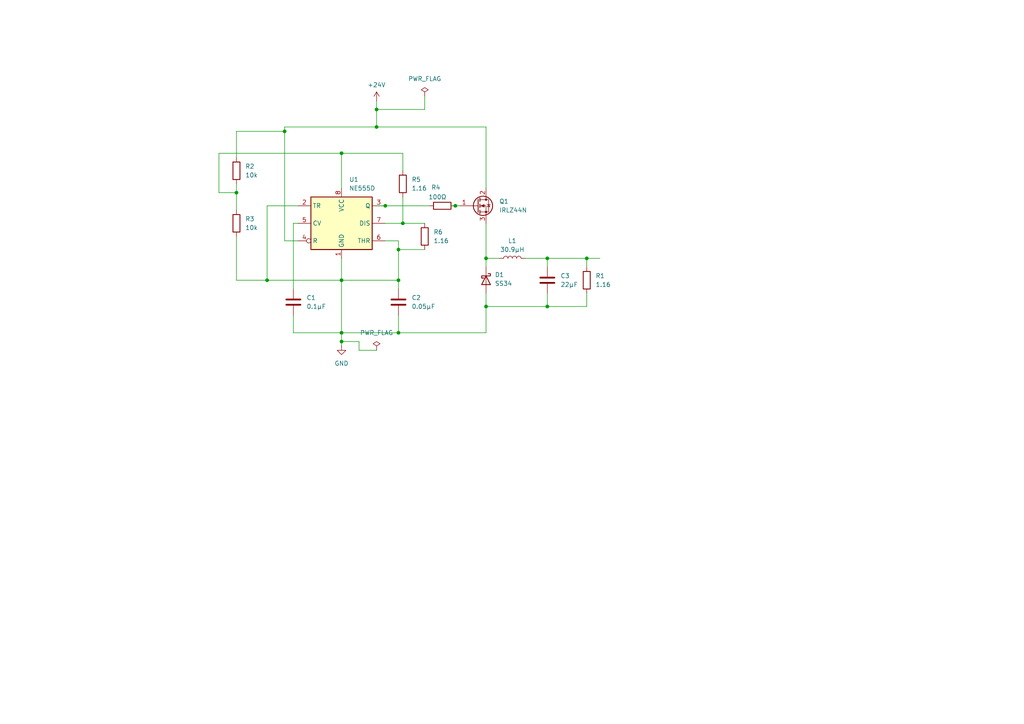
<source format=kicad_sch>
(kicad_sch
	(version 20231120)
	(generator "eeschema")
	(generator_version "8.0")
	(uuid "06f6e6e1-0548-4e65-a511-1ce829e0ce8c")
	(paper "A4")
	(lib_symbols
		(symbol "Device:C"
			(pin_numbers hide)
			(pin_names
				(offset 0.254)
			)
			(exclude_from_sim no)
			(in_bom yes)
			(on_board yes)
			(property "Reference" "C"
				(at 0.635 2.54 0)
				(effects
					(font
						(size 1.27 1.27)
					)
					(justify left)
				)
			)
			(property "Value" "C"
				(at 0.635 -2.54 0)
				(effects
					(font
						(size 1.27 1.27)
					)
					(justify left)
				)
			)
			(property "Footprint" ""
				(at 0.9652 -3.81 0)
				(effects
					(font
						(size 1.27 1.27)
					)
					(hide yes)
				)
			)
			(property "Datasheet" "~"
				(at 0 0 0)
				(effects
					(font
						(size 1.27 1.27)
					)
					(hide yes)
				)
			)
			(property "Description" "Unpolarized capacitor"
				(at 0 0 0)
				(effects
					(font
						(size 1.27 1.27)
					)
					(hide yes)
				)
			)
			(property "ki_keywords" "cap capacitor"
				(at 0 0 0)
				(effects
					(font
						(size 1.27 1.27)
					)
					(hide yes)
				)
			)
			(property "ki_fp_filters" "C_*"
				(at 0 0 0)
				(effects
					(font
						(size 1.27 1.27)
					)
					(hide yes)
				)
			)
			(symbol "C_0_1"
				(polyline
					(pts
						(xy -2.032 -0.762) (xy 2.032 -0.762)
					)
					(stroke
						(width 0.508)
						(type default)
					)
					(fill
						(type none)
					)
				)
				(polyline
					(pts
						(xy -2.032 0.762) (xy 2.032 0.762)
					)
					(stroke
						(width 0.508)
						(type default)
					)
					(fill
						(type none)
					)
				)
			)
			(symbol "C_1_1"
				(pin passive line
					(at 0 3.81 270)
					(length 2.794)
					(name "~"
						(effects
							(font
								(size 1.27 1.27)
							)
						)
					)
					(number "1"
						(effects
							(font
								(size 1.27 1.27)
							)
						)
					)
				)
				(pin passive line
					(at 0 -3.81 90)
					(length 2.794)
					(name "~"
						(effects
							(font
								(size 1.27 1.27)
							)
						)
					)
					(number "2"
						(effects
							(font
								(size 1.27 1.27)
							)
						)
					)
				)
			)
		)
		(symbol "Device:L"
			(pin_numbers hide)
			(pin_names
				(offset 1.016) hide)
			(exclude_from_sim no)
			(in_bom yes)
			(on_board yes)
			(property "Reference" "L"
				(at -1.27 0 90)
				(effects
					(font
						(size 1.27 1.27)
					)
				)
			)
			(property "Value" "L"
				(at 1.905 0 90)
				(effects
					(font
						(size 1.27 1.27)
					)
				)
			)
			(property "Footprint" ""
				(at 0 0 0)
				(effects
					(font
						(size 1.27 1.27)
					)
					(hide yes)
				)
			)
			(property "Datasheet" "~"
				(at 0 0 0)
				(effects
					(font
						(size 1.27 1.27)
					)
					(hide yes)
				)
			)
			(property "Description" "Inductor"
				(at 0 0 0)
				(effects
					(font
						(size 1.27 1.27)
					)
					(hide yes)
				)
			)
			(property "ki_keywords" "inductor choke coil reactor magnetic"
				(at 0 0 0)
				(effects
					(font
						(size 1.27 1.27)
					)
					(hide yes)
				)
			)
			(property "ki_fp_filters" "Choke_* *Coil* Inductor_* L_*"
				(at 0 0 0)
				(effects
					(font
						(size 1.27 1.27)
					)
					(hide yes)
				)
			)
			(symbol "L_0_1"
				(arc
					(start 0 -2.54)
					(mid 0.6323 -1.905)
					(end 0 -1.27)
					(stroke
						(width 0)
						(type default)
					)
					(fill
						(type none)
					)
				)
				(arc
					(start 0 -1.27)
					(mid 0.6323 -0.635)
					(end 0 0)
					(stroke
						(width 0)
						(type default)
					)
					(fill
						(type none)
					)
				)
				(arc
					(start 0 0)
					(mid 0.6323 0.635)
					(end 0 1.27)
					(stroke
						(width 0)
						(type default)
					)
					(fill
						(type none)
					)
				)
				(arc
					(start 0 1.27)
					(mid 0.6323 1.905)
					(end 0 2.54)
					(stroke
						(width 0)
						(type default)
					)
					(fill
						(type none)
					)
				)
			)
			(symbol "L_1_1"
				(pin passive line
					(at 0 3.81 270)
					(length 1.27)
					(name "1"
						(effects
							(font
								(size 1.27 1.27)
							)
						)
					)
					(number "1"
						(effects
							(font
								(size 1.27 1.27)
							)
						)
					)
				)
				(pin passive line
					(at 0 -3.81 90)
					(length 1.27)
					(name "2"
						(effects
							(font
								(size 1.27 1.27)
							)
						)
					)
					(number "2"
						(effects
							(font
								(size 1.27 1.27)
							)
						)
					)
				)
			)
		)
		(symbol "Device:R"
			(pin_numbers hide)
			(pin_names
				(offset 0)
			)
			(exclude_from_sim no)
			(in_bom yes)
			(on_board yes)
			(property "Reference" "R"
				(at 2.032 0 90)
				(effects
					(font
						(size 1.27 1.27)
					)
				)
			)
			(property "Value" "R"
				(at 0 0 90)
				(effects
					(font
						(size 1.27 1.27)
					)
				)
			)
			(property "Footprint" ""
				(at -1.778 0 90)
				(effects
					(font
						(size 1.27 1.27)
					)
					(hide yes)
				)
			)
			(property "Datasheet" "~"
				(at 0 0 0)
				(effects
					(font
						(size 1.27 1.27)
					)
					(hide yes)
				)
			)
			(property "Description" "Resistor"
				(at 0 0 0)
				(effects
					(font
						(size 1.27 1.27)
					)
					(hide yes)
				)
			)
			(property "ki_keywords" "R res resistor"
				(at 0 0 0)
				(effects
					(font
						(size 1.27 1.27)
					)
					(hide yes)
				)
			)
			(property "ki_fp_filters" "R_*"
				(at 0 0 0)
				(effects
					(font
						(size 1.27 1.27)
					)
					(hide yes)
				)
			)
			(symbol "R_0_1"
				(rectangle
					(start -1.016 -2.54)
					(end 1.016 2.54)
					(stroke
						(width 0.254)
						(type default)
					)
					(fill
						(type none)
					)
				)
			)
			(symbol "R_1_1"
				(pin passive line
					(at 0 3.81 270)
					(length 1.27)
					(name "~"
						(effects
							(font
								(size 1.27 1.27)
							)
						)
					)
					(number "1"
						(effects
							(font
								(size 1.27 1.27)
							)
						)
					)
				)
				(pin passive line
					(at 0 -3.81 90)
					(length 1.27)
					(name "~"
						(effects
							(font
								(size 1.27 1.27)
							)
						)
					)
					(number "2"
						(effects
							(font
								(size 1.27 1.27)
							)
						)
					)
				)
			)
		)
		(symbol "Diode:SS34"
			(pin_numbers hide)
			(pin_names
				(offset 1.016) hide)
			(exclude_from_sim no)
			(in_bom yes)
			(on_board yes)
			(property "Reference" "D"
				(at 0 2.54 0)
				(effects
					(font
						(size 1.27 1.27)
					)
				)
			)
			(property "Value" "SS34"
				(at 0 -2.54 0)
				(effects
					(font
						(size 1.27 1.27)
					)
				)
			)
			(property "Footprint" "Diode_SMD:D_SMA"
				(at 0 -4.445 0)
				(effects
					(font
						(size 1.27 1.27)
					)
					(hide yes)
				)
			)
			(property "Datasheet" "https://www.vishay.com/docs/88751/ss32.pdf"
				(at 0 0 0)
				(effects
					(font
						(size 1.27 1.27)
					)
					(hide yes)
				)
			)
			(property "Description" "40V 3A Schottky Diode, SMA"
				(at 0 0 0)
				(effects
					(font
						(size 1.27 1.27)
					)
					(hide yes)
				)
			)
			(property "ki_keywords" "diode Schottky"
				(at 0 0 0)
				(effects
					(font
						(size 1.27 1.27)
					)
					(hide yes)
				)
			)
			(property "ki_fp_filters" "D*SMA*"
				(at 0 0 0)
				(effects
					(font
						(size 1.27 1.27)
					)
					(hide yes)
				)
			)
			(symbol "SS34_0_1"
				(polyline
					(pts
						(xy 1.27 0) (xy -1.27 0)
					)
					(stroke
						(width 0)
						(type default)
					)
					(fill
						(type none)
					)
				)
				(polyline
					(pts
						(xy 1.27 1.27) (xy 1.27 -1.27) (xy -1.27 0) (xy 1.27 1.27)
					)
					(stroke
						(width 0.254)
						(type default)
					)
					(fill
						(type none)
					)
				)
				(polyline
					(pts
						(xy -1.905 0.635) (xy -1.905 1.27) (xy -1.27 1.27) (xy -1.27 -1.27) (xy -0.635 -1.27) (xy -0.635 -0.635)
					)
					(stroke
						(width 0.254)
						(type default)
					)
					(fill
						(type none)
					)
				)
			)
			(symbol "SS34_1_1"
				(pin passive line
					(at -3.81 0 0)
					(length 2.54)
					(name "K"
						(effects
							(font
								(size 1.27 1.27)
							)
						)
					)
					(number "1"
						(effects
							(font
								(size 1.27 1.27)
							)
						)
					)
				)
				(pin passive line
					(at 3.81 0 180)
					(length 2.54)
					(name "A"
						(effects
							(font
								(size 1.27 1.27)
							)
						)
					)
					(number "2"
						(effects
							(font
								(size 1.27 1.27)
							)
						)
					)
				)
			)
		)
		(symbol "Timer:NE555D"
			(exclude_from_sim no)
			(in_bom yes)
			(on_board yes)
			(property "Reference" "U"
				(at -10.16 8.89 0)
				(effects
					(font
						(size 1.27 1.27)
					)
					(justify left)
				)
			)
			(property "Value" "NE555D"
				(at 2.54 8.89 0)
				(effects
					(font
						(size 1.27 1.27)
					)
					(justify left)
				)
			)
			(property "Footprint" "Package_SO:SOIC-8_3.9x4.9mm_P1.27mm"
				(at 21.59 -10.16 0)
				(effects
					(font
						(size 1.27 1.27)
					)
					(hide yes)
				)
			)
			(property "Datasheet" "http://www.ti.com/lit/ds/symlink/ne555.pdf"
				(at 21.59 -10.16 0)
				(effects
					(font
						(size 1.27 1.27)
					)
					(hide yes)
				)
			)
			(property "Description" "Precision Timers, 555 compatible, SOIC-8"
				(at 0 0 0)
				(effects
					(font
						(size 1.27 1.27)
					)
					(hide yes)
				)
			)
			(property "ki_keywords" "single timer 555"
				(at 0 0 0)
				(effects
					(font
						(size 1.27 1.27)
					)
					(hide yes)
				)
			)
			(property "ki_fp_filters" "SOIC*3.9x4.9mm*P1.27mm*"
				(at 0 0 0)
				(effects
					(font
						(size 1.27 1.27)
					)
					(hide yes)
				)
			)
			(symbol "NE555D_0_0"
				(pin power_in line
					(at 0 -10.16 90)
					(length 2.54)
					(name "GND"
						(effects
							(font
								(size 1.27 1.27)
							)
						)
					)
					(number "1"
						(effects
							(font
								(size 1.27 1.27)
							)
						)
					)
				)
				(pin power_in line
					(at 0 10.16 270)
					(length 2.54)
					(name "VCC"
						(effects
							(font
								(size 1.27 1.27)
							)
						)
					)
					(number "8"
						(effects
							(font
								(size 1.27 1.27)
							)
						)
					)
				)
			)
			(symbol "NE555D_0_1"
				(rectangle
					(start -8.89 -7.62)
					(end 8.89 7.62)
					(stroke
						(width 0.254)
						(type default)
					)
					(fill
						(type background)
					)
				)
				(rectangle
					(start -8.89 -7.62)
					(end 8.89 7.62)
					(stroke
						(width 0.254)
						(type default)
					)
					(fill
						(type background)
					)
				)
			)
			(symbol "NE555D_1_1"
				(pin input line
					(at -12.7 5.08 0)
					(length 3.81)
					(name "TR"
						(effects
							(font
								(size 1.27 1.27)
							)
						)
					)
					(number "2"
						(effects
							(font
								(size 1.27 1.27)
							)
						)
					)
				)
				(pin output line
					(at 12.7 5.08 180)
					(length 3.81)
					(name "Q"
						(effects
							(font
								(size 1.27 1.27)
							)
						)
					)
					(number "3"
						(effects
							(font
								(size 1.27 1.27)
							)
						)
					)
				)
				(pin input inverted
					(at -12.7 -5.08 0)
					(length 3.81)
					(name "R"
						(effects
							(font
								(size 1.27 1.27)
							)
						)
					)
					(number "4"
						(effects
							(font
								(size 1.27 1.27)
							)
						)
					)
				)
				(pin input line
					(at -12.7 0 0)
					(length 3.81)
					(name "CV"
						(effects
							(font
								(size 1.27 1.27)
							)
						)
					)
					(number "5"
						(effects
							(font
								(size 1.27 1.27)
							)
						)
					)
				)
				(pin input line
					(at 12.7 -5.08 180)
					(length 3.81)
					(name "THR"
						(effects
							(font
								(size 1.27 1.27)
							)
						)
					)
					(number "6"
						(effects
							(font
								(size 1.27 1.27)
							)
						)
					)
				)
				(pin input line
					(at 12.7 0 180)
					(length 3.81)
					(name "DIS"
						(effects
							(font
								(size 1.27 1.27)
							)
						)
					)
					(number "7"
						(effects
							(font
								(size 1.27 1.27)
							)
						)
					)
				)
			)
		)
		(symbol "Transistor_FET:IRLZ44N"
			(pin_names hide)
			(exclude_from_sim no)
			(in_bom yes)
			(on_board yes)
			(property "Reference" "Q"
				(at 5.08 1.905 0)
				(effects
					(font
						(size 1.27 1.27)
					)
					(justify left)
				)
			)
			(property "Value" "IRLZ44N"
				(at 5.08 0 0)
				(effects
					(font
						(size 1.27 1.27)
					)
					(justify left)
				)
			)
			(property "Footprint" "Package_TO_SOT_THT:TO-220-3_Vertical"
				(at 5.08 -1.905 0)
				(effects
					(font
						(size 1.27 1.27)
						(italic yes)
					)
					(justify left)
					(hide yes)
				)
			)
			(property "Datasheet" "http://www.irf.com/product-info/datasheets/data/irlz44n.pdf"
				(at 5.08 -3.81 0)
				(effects
					(font
						(size 1.27 1.27)
					)
					(justify left)
					(hide yes)
				)
			)
			(property "Description" "47A Id, 55V Vds, 22mOhm Rds Single N-Channel HEXFET Power MOSFET, TO-220AB"
				(at 0 0 0)
				(effects
					(font
						(size 1.27 1.27)
					)
					(hide yes)
				)
			)
			(property "ki_keywords" "N-Channel HEXFET MOSFET Logic-Level"
				(at 0 0 0)
				(effects
					(font
						(size 1.27 1.27)
					)
					(hide yes)
				)
			)
			(property "ki_fp_filters" "TO?220*"
				(at 0 0 0)
				(effects
					(font
						(size 1.27 1.27)
					)
					(hide yes)
				)
			)
			(symbol "IRLZ44N_0_1"
				(polyline
					(pts
						(xy 0.254 0) (xy -2.54 0)
					)
					(stroke
						(width 0)
						(type default)
					)
					(fill
						(type none)
					)
				)
				(polyline
					(pts
						(xy 0.254 1.905) (xy 0.254 -1.905)
					)
					(stroke
						(width 0.254)
						(type default)
					)
					(fill
						(type none)
					)
				)
				(polyline
					(pts
						(xy 0.762 -1.27) (xy 0.762 -2.286)
					)
					(stroke
						(width 0.254)
						(type default)
					)
					(fill
						(type none)
					)
				)
				(polyline
					(pts
						(xy 0.762 0.508) (xy 0.762 -0.508)
					)
					(stroke
						(width 0.254)
						(type default)
					)
					(fill
						(type none)
					)
				)
				(polyline
					(pts
						(xy 0.762 2.286) (xy 0.762 1.27)
					)
					(stroke
						(width 0.254)
						(type default)
					)
					(fill
						(type none)
					)
				)
				(polyline
					(pts
						(xy 2.54 2.54) (xy 2.54 1.778)
					)
					(stroke
						(width 0)
						(type default)
					)
					(fill
						(type none)
					)
				)
				(polyline
					(pts
						(xy 2.54 -2.54) (xy 2.54 0) (xy 0.762 0)
					)
					(stroke
						(width 0)
						(type default)
					)
					(fill
						(type none)
					)
				)
				(polyline
					(pts
						(xy 0.762 -1.778) (xy 3.302 -1.778) (xy 3.302 1.778) (xy 0.762 1.778)
					)
					(stroke
						(width 0)
						(type default)
					)
					(fill
						(type none)
					)
				)
				(polyline
					(pts
						(xy 1.016 0) (xy 2.032 0.381) (xy 2.032 -0.381) (xy 1.016 0)
					)
					(stroke
						(width 0)
						(type default)
					)
					(fill
						(type outline)
					)
				)
				(polyline
					(pts
						(xy 2.794 0.508) (xy 2.921 0.381) (xy 3.683 0.381) (xy 3.81 0.254)
					)
					(stroke
						(width 0)
						(type default)
					)
					(fill
						(type none)
					)
				)
				(polyline
					(pts
						(xy 3.302 0.381) (xy 2.921 -0.254) (xy 3.683 -0.254) (xy 3.302 0.381)
					)
					(stroke
						(width 0)
						(type default)
					)
					(fill
						(type none)
					)
				)
				(circle
					(center 1.651 0)
					(radius 2.794)
					(stroke
						(width 0.254)
						(type default)
					)
					(fill
						(type none)
					)
				)
				(circle
					(center 2.54 -1.778)
					(radius 0.254)
					(stroke
						(width 0)
						(type default)
					)
					(fill
						(type outline)
					)
				)
				(circle
					(center 2.54 1.778)
					(radius 0.254)
					(stroke
						(width 0)
						(type default)
					)
					(fill
						(type outline)
					)
				)
			)
			(symbol "IRLZ44N_1_1"
				(pin input line
					(at -5.08 0 0)
					(length 2.54)
					(name "G"
						(effects
							(font
								(size 1.27 1.27)
							)
						)
					)
					(number "1"
						(effects
							(font
								(size 1.27 1.27)
							)
						)
					)
				)
				(pin passive line
					(at 2.54 5.08 270)
					(length 2.54)
					(name "D"
						(effects
							(font
								(size 1.27 1.27)
							)
						)
					)
					(number "2"
						(effects
							(font
								(size 1.27 1.27)
							)
						)
					)
				)
				(pin passive line
					(at 2.54 -5.08 90)
					(length 2.54)
					(name "S"
						(effects
							(font
								(size 1.27 1.27)
							)
						)
					)
					(number "3"
						(effects
							(font
								(size 1.27 1.27)
							)
						)
					)
				)
			)
		)
		(symbol "power:+24V"
			(power)
			(pin_numbers hide)
			(pin_names
				(offset 0) hide)
			(exclude_from_sim no)
			(in_bom yes)
			(on_board yes)
			(property "Reference" "#PWR"
				(at 0 -3.81 0)
				(effects
					(font
						(size 1.27 1.27)
					)
					(hide yes)
				)
			)
			(property "Value" "+24V"
				(at 0 3.556 0)
				(effects
					(font
						(size 1.27 1.27)
					)
				)
			)
			(property "Footprint" ""
				(at 0 0 0)
				(effects
					(font
						(size 1.27 1.27)
					)
					(hide yes)
				)
			)
			(property "Datasheet" ""
				(at 0 0 0)
				(effects
					(font
						(size 1.27 1.27)
					)
					(hide yes)
				)
			)
			(property "Description" "Power symbol creates a global label with name \"+24V\""
				(at 0 0 0)
				(effects
					(font
						(size 1.27 1.27)
					)
					(hide yes)
				)
			)
			(property "ki_keywords" "global power"
				(at 0 0 0)
				(effects
					(font
						(size 1.27 1.27)
					)
					(hide yes)
				)
			)
			(symbol "+24V_0_1"
				(polyline
					(pts
						(xy -0.762 1.27) (xy 0 2.54)
					)
					(stroke
						(width 0)
						(type default)
					)
					(fill
						(type none)
					)
				)
				(polyline
					(pts
						(xy 0 0) (xy 0 2.54)
					)
					(stroke
						(width 0)
						(type default)
					)
					(fill
						(type none)
					)
				)
				(polyline
					(pts
						(xy 0 2.54) (xy 0.762 1.27)
					)
					(stroke
						(width 0)
						(type default)
					)
					(fill
						(type none)
					)
				)
			)
			(symbol "+24V_1_1"
				(pin power_in line
					(at 0 0 90)
					(length 0)
					(name "~"
						(effects
							(font
								(size 1.27 1.27)
							)
						)
					)
					(number "1"
						(effects
							(font
								(size 1.27 1.27)
							)
						)
					)
				)
			)
		)
		(symbol "power:GND"
			(power)
			(pin_numbers hide)
			(pin_names
				(offset 0) hide)
			(exclude_from_sim no)
			(in_bom yes)
			(on_board yes)
			(property "Reference" "#PWR"
				(at 0 -6.35 0)
				(effects
					(font
						(size 1.27 1.27)
					)
					(hide yes)
				)
			)
			(property "Value" "GND"
				(at 0 -3.81 0)
				(effects
					(font
						(size 1.27 1.27)
					)
				)
			)
			(property "Footprint" ""
				(at 0 0 0)
				(effects
					(font
						(size 1.27 1.27)
					)
					(hide yes)
				)
			)
			(property "Datasheet" ""
				(at 0 0 0)
				(effects
					(font
						(size 1.27 1.27)
					)
					(hide yes)
				)
			)
			(property "Description" "Power symbol creates a global label with name \"GND\" , ground"
				(at 0 0 0)
				(effects
					(font
						(size 1.27 1.27)
					)
					(hide yes)
				)
			)
			(property "ki_keywords" "global power"
				(at 0 0 0)
				(effects
					(font
						(size 1.27 1.27)
					)
					(hide yes)
				)
			)
			(symbol "GND_0_1"
				(polyline
					(pts
						(xy 0 0) (xy 0 -1.27) (xy 1.27 -1.27) (xy 0 -2.54) (xy -1.27 -1.27) (xy 0 -1.27)
					)
					(stroke
						(width 0)
						(type default)
					)
					(fill
						(type none)
					)
				)
			)
			(symbol "GND_1_1"
				(pin power_in line
					(at 0 0 270)
					(length 0)
					(name "~"
						(effects
							(font
								(size 1.27 1.27)
							)
						)
					)
					(number "1"
						(effects
							(font
								(size 1.27 1.27)
							)
						)
					)
				)
			)
		)
		(symbol "power:PWR_FLAG"
			(power)
			(pin_numbers hide)
			(pin_names
				(offset 0) hide)
			(exclude_from_sim no)
			(in_bom yes)
			(on_board yes)
			(property "Reference" "#FLG"
				(at 0 1.905 0)
				(effects
					(font
						(size 1.27 1.27)
					)
					(hide yes)
				)
			)
			(property "Value" "PWR_FLAG"
				(at 0 3.81 0)
				(effects
					(font
						(size 1.27 1.27)
					)
				)
			)
			(property "Footprint" ""
				(at 0 0 0)
				(effects
					(font
						(size 1.27 1.27)
					)
					(hide yes)
				)
			)
			(property "Datasheet" "~"
				(at 0 0 0)
				(effects
					(font
						(size 1.27 1.27)
					)
					(hide yes)
				)
			)
			(property "Description" "Special symbol for telling ERC where power comes from"
				(at 0 0 0)
				(effects
					(font
						(size 1.27 1.27)
					)
					(hide yes)
				)
			)
			(property "ki_keywords" "flag power"
				(at 0 0 0)
				(effects
					(font
						(size 1.27 1.27)
					)
					(hide yes)
				)
			)
			(symbol "PWR_FLAG_0_0"
				(pin power_out line
					(at 0 0 90)
					(length 0)
					(name "~"
						(effects
							(font
								(size 1.27 1.27)
							)
						)
					)
					(number "1"
						(effects
							(font
								(size 1.27 1.27)
							)
						)
					)
				)
			)
			(symbol "PWR_FLAG_0_1"
				(polyline
					(pts
						(xy 0 0) (xy 0 1.27) (xy -1.016 1.905) (xy 0 2.54) (xy 1.016 1.905) (xy 0 1.27)
					)
					(stroke
						(width 0)
						(type default)
					)
					(fill
						(type none)
					)
				)
			)
		)
	)
	(junction
		(at 111.76 59.69)
		(diameter 0)
		(color 0 0 0 0)
		(uuid "16521c1f-a81d-45ad-833d-28fc9509b6a1")
	)
	(junction
		(at 109.22 36.83)
		(diameter 0)
		(color 0 0 0 0)
		(uuid "20f496be-32c1-4768-a229-9b1e43a3d4a7")
	)
	(junction
		(at 99.06 81.28)
		(diameter 0)
		(color 0 0 0 0)
		(uuid "27e513ad-2176-4e68-87ed-83c1aa63b1f9")
	)
	(junction
		(at 99.06 44.45)
		(diameter 0)
		(color 0 0 0 0)
		(uuid "39176ebf-ba48-4005-8879-c91d8c75d204")
	)
	(junction
		(at 158.75 74.93)
		(diameter 0)
		(color 0 0 0 0)
		(uuid "3f72a981-7762-4d5f-87b9-40a1298829a6")
	)
	(junction
		(at 115.57 96.52)
		(diameter 0)
		(color 0 0 0 0)
		(uuid "5f47d47d-67f3-4f30-8c73-d6dd57f38824")
	)
	(junction
		(at 115.57 81.28)
		(diameter 0)
		(color 0 0 0 0)
		(uuid "76f2ad36-c942-486f-b02c-0ec621f1e2eb")
	)
	(junction
		(at 77.47 81.28)
		(diameter 0)
		(color 0 0 0 0)
		(uuid "7dcfeb46-0da6-44cb-8e7c-f0a233ae87af")
	)
	(junction
		(at 140.97 74.93)
		(diameter 0)
		(color 0 0 0 0)
		(uuid "8ace96b2-b93a-46ae-8f5c-73cd01526b79")
	)
	(junction
		(at 116.84 64.77)
		(diameter 0)
		(color 0 0 0 0)
		(uuid "a03b196f-525e-4960-b4a8-9f5887490944")
	)
	(junction
		(at 132.08 59.69)
		(diameter 0)
		(color 0 0 0 0)
		(uuid "aa4f4a5f-ca56-4272-91c7-47fef6fb06fb")
	)
	(junction
		(at 170.18 74.93)
		(diameter 0)
		(color 0 0 0 0)
		(uuid "ad5f3a81-ddf5-49f7-be5f-9d6e4c74c688")
	)
	(junction
		(at 68.58 55.88)
		(diameter 0)
		(color 0 0 0 0)
		(uuid "b6a3a9f9-ce59-4546-bff4-cafc3cbb6b80")
	)
	(junction
		(at 140.97 88.9)
		(diameter 0)
		(color 0 0 0 0)
		(uuid "c5c53914-7bd0-42d6-991f-7ad376ff90aa")
	)
	(junction
		(at 82.55 38.1)
		(diameter 0)
		(color 0 0 0 0)
		(uuid "cd73fc42-a338-4f23-a4a9-fcb4487ae100")
	)
	(junction
		(at 99.06 96.52)
		(diameter 0)
		(color 0 0 0 0)
		(uuid "db60a4c5-0ade-41ad-b237-a2b6ed2940a5")
	)
	(junction
		(at 109.22 31.75)
		(diameter 0)
		(color 0 0 0 0)
		(uuid "e39efea0-433f-462c-9d54-b5a1bdc01015")
	)
	(junction
		(at 99.06 99.06)
		(diameter 0)
		(color 0 0 0 0)
		(uuid "e7646652-8027-4e52-880a-e1fe636724d1")
	)
	(junction
		(at 115.57 72.39)
		(diameter 0)
		(color 0 0 0 0)
		(uuid "ec8f958a-947b-4d20-99a9-c50da713d4eb")
	)
	(junction
		(at 158.75 88.9)
		(diameter 0)
		(color 0 0 0 0)
		(uuid "fa3f969b-3057-4611-99fe-aaa41a111ad4")
	)
	(wire
		(pts
			(xy 99.06 99.06) (xy 104.14 99.06)
		)
		(stroke
			(width 0)
			(type default)
		)
		(uuid "01c29cd3-37a7-4708-aedc-aa65569311ad")
	)
	(wire
		(pts
			(xy 82.55 36.83) (xy 82.55 38.1)
		)
		(stroke
			(width 0)
			(type default)
		)
		(uuid "0eff58ae-c619-48a5-952a-f18af7392170")
	)
	(wire
		(pts
			(xy 68.58 38.1) (xy 68.58 45.72)
		)
		(stroke
			(width 0)
			(type default)
		)
		(uuid "0f32c40b-6605-4d63-8aa7-1c06eb679be3")
	)
	(wire
		(pts
			(xy 140.97 36.83) (xy 140.97 54.61)
		)
		(stroke
			(width 0)
			(type default)
		)
		(uuid "10c68fcb-2f18-44ed-ba64-ba95e997b9de")
	)
	(wire
		(pts
			(xy 109.22 31.75) (xy 123.19 31.75)
		)
		(stroke
			(width 0)
			(type default)
		)
		(uuid "131785e1-04b9-49c3-8be3-3c1a036af9de")
	)
	(wire
		(pts
			(xy 170.18 77.47) (xy 170.18 74.93)
		)
		(stroke
			(width 0)
			(type default)
		)
		(uuid "190ac822-8f4c-4920-8a25-f5638a3fe8cd")
	)
	(wire
		(pts
			(xy 85.09 96.52) (xy 99.06 96.52)
		)
		(stroke
			(width 0)
			(type default)
		)
		(uuid "1ce92f7f-7daf-48d3-82bd-2208190ef1c1")
	)
	(wire
		(pts
			(xy 68.58 55.88) (xy 68.58 60.96)
		)
		(stroke
			(width 0)
			(type default)
		)
		(uuid "2170293f-f9f5-44b3-92c8-779f8efde41c")
	)
	(wire
		(pts
			(xy 99.06 74.93) (xy 99.06 81.28)
		)
		(stroke
			(width 0)
			(type default)
		)
		(uuid "2264426a-4a70-4e48-a6eb-6ea02ae15f62")
	)
	(wire
		(pts
			(xy 111.76 69.85) (xy 115.57 69.85)
		)
		(stroke
			(width 0)
			(type default)
		)
		(uuid "23211377-2e95-46c6-881d-f4c538577e66")
	)
	(wire
		(pts
			(xy 115.57 72.39) (xy 123.19 72.39)
		)
		(stroke
			(width 0)
			(type default)
		)
		(uuid "2803cbcd-46c6-4e76-88e1-0ad36137beea")
	)
	(wire
		(pts
			(xy 116.84 64.77) (xy 111.76 64.77)
		)
		(stroke
			(width 0)
			(type default)
		)
		(uuid "2afb3a7c-5f52-4754-8d62-9a0eb0be5706")
	)
	(wire
		(pts
			(xy 77.47 81.28) (xy 99.06 81.28)
		)
		(stroke
			(width 0)
			(type default)
		)
		(uuid "2e169fc6-16ac-49dd-ba0a-eb72455e1df9")
	)
	(wire
		(pts
			(xy 82.55 69.85) (xy 86.36 69.85)
		)
		(stroke
			(width 0)
			(type default)
		)
		(uuid "2eab6155-e821-4eee-970c-293744d871ee")
	)
	(wire
		(pts
			(xy 140.97 85.09) (xy 140.97 88.9)
		)
		(stroke
			(width 0)
			(type default)
		)
		(uuid "33d01de1-1387-42a8-8e33-d10ce1ac2291")
	)
	(wire
		(pts
			(xy 158.75 85.09) (xy 158.75 88.9)
		)
		(stroke
			(width 0)
			(type default)
		)
		(uuid "34bd142d-ec35-452b-8061-595b88c7e36b")
	)
	(wire
		(pts
			(xy 130.81 59.69) (xy 132.08 59.69)
		)
		(stroke
			(width 0)
			(type default)
		)
		(uuid "34e7647e-4579-4cc1-baa4-947b4c74bd59")
	)
	(wire
		(pts
			(xy 115.57 96.52) (xy 140.97 96.52)
		)
		(stroke
			(width 0)
			(type default)
		)
		(uuid "3867e0ec-5b7d-4c2f-8d72-3b00fc76139b")
	)
	(wire
		(pts
			(xy 140.97 77.47) (xy 140.97 74.93)
		)
		(stroke
			(width 0)
			(type default)
		)
		(uuid "39f1ee45-a34f-4f26-9147-38cceff85d8b")
	)
	(wire
		(pts
			(xy 99.06 54.61) (xy 99.06 44.45)
		)
		(stroke
			(width 0)
			(type default)
		)
		(uuid "3acdf42f-0db5-47a9-b0a3-30e6433caffc")
	)
	(wire
		(pts
			(xy 123.19 31.75) (xy 123.19 27.94)
		)
		(stroke
			(width 0)
			(type default)
		)
		(uuid "3b21f310-6fb1-4bfe-8b38-ed37a63ee676")
	)
	(wire
		(pts
			(xy 116.84 64.77) (xy 123.19 64.77)
		)
		(stroke
			(width 0)
			(type default)
		)
		(uuid "43dd5133-4090-4fb3-ae7c-60cb8904ee51")
	)
	(wire
		(pts
			(xy 63.5 44.45) (xy 63.5 55.88)
		)
		(stroke
			(width 0)
			(type default)
		)
		(uuid "5076ca66-bb7f-4cd1-8808-ee245f08d49a")
	)
	(wire
		(pts
			(xy 99.06 96.52) (xy 99.06 99.06)
		)
		(stroke
			(width 0)
			(type default)
		)
		(uuid "52b20d9c-a1ae-4a2c-b93c-934abd89e291")
	)
	(wire
		(pts
			(xy 99.06 99.06) (xy 99.06 100.33)
		)
		(stroke
			(width 0)
			(type default)
		)
		(uuid "549adbcd-a91e-45ae-9791-8762a3f332e0")
	)
	(wire
		(pts
			(xy 170.18 74.93) (xy 173.99 74.93)
		)
		(stroke
			(width 0)
			(type default)
		)
		(uuid "5d820b69-d1e1-4fd1-b7b8-eb95ef880b26")
	)
	(wire
		(pts
			(xy 99.06 81.28) (xy 115.57 81.28)
		)
		(stroke
			(width 0)
			(type default)
		)
		(uuid "63da188a-6367-4a42-b6df-c727bd66eaa2")
	)
	(wire
		(pts
			(xy 104.14 101.6) (xy 109.22 101.6)
		)
		(stroke
			(width 0)
			(type default)
		)
		(uuid "658f667c-2fd2-434e-846f-07b5df00366e")
	)
	(wire
		(pts
			(xy 109.22 36.83) (xy 140.97 36.83)
		)
		(stroke
			(width 0)
			(type default)
		)
		(uuid "65ea961b-88f9-46ad-a566-23a9fa53ea83")
	)
	(wire
		(pts
			(xy 63.5 55.88) (xy 68.58 55.88)
		)
		(stroke
			(width 0)
			(type default)
		)
		(uuid "69a8387c-d4bb-4a57-931f-a0862d4d9b48")
	)
	(wire
		(pts
			(xy 115.57 91.44) (xy 115.57 96.52)
		)
		(stroke
			(width 0)
			(type default)
		)
		(uuid "733bc104-3339-40ed-bf12-3dc72546a993")
	)
	(wire
		(pts
			(xy 68.58 81.28) (xy 77.47 81.28)
		)
		(stroke
			(width 0)
			(type default)
		)
		(uuid "73a6504e-2512-4b72-aa0b-008b0adf6b26")
	)
	(wire
		(pts
			(xy 115.57 81.28) (xy 115.57 83.82)
		)
		(stroke
			(width 0)
			(type default)
		)
		(uuid "87c7ffac-b70d-4c90-8c86-ee3e010e4c58")
	)
	(wire
		(pts
			(xy 140.97 64.77) (xy 140.97 74.93)
		)
		(stroke
			(width 0)
			(type default)
		)
		(uuid "89d998a7-cb52-4bd4-b0fe-0fc2d6895c37")
	)
	(wire
		(pts
			(xy 68.58 53.34) (xy 68.58 55.88)
		)
		(stroke
			(width 0)
			(type default)
		)
		(uuid "89ef0a34-d883-43ef-8f40-109fb8bb64fe")
	)
	(wire
		(pts
			(xy 85.09 91.44) (xy 85.09 96.52)
		)
		(stroke
			(width 0)
			(type default)
		)
		(uuid "8d3a164e-5673-4b09-ae87-960fe800d008")
	)
	(wire
		(pts
			(xy 111.76 59.69) (xy 124.46 59.69)
		)
		(stroke
			(width 0)
			(type default)
		)
		(uuid "92ec658b-12f1-4e0f-9025-5a7107a13099")
	)
	(wire
		(pts
			(xy 132.08 59.69) (xy 133.35 59.69)
		)
		(stroke
			(width 0)
			(type default)
		)
		(uuid "9e03ff12-2d44-44d0-b94d-e4edd3ab9cbb")
	)
	(wire
		(pts
			(xy 82.55 69.85) (xy 82.55 38.1)
		)
		(stroke
			(width 0)
			(type default)
		)
		(uuid "9e4f5426-85e5-49e3-980c-04e4c64662b3")
	)
	(wire
		(pts
			(xy 109.22 59.69) (xy 111.76 59.69)
		)
		(stroke
			(width 0)
			(type default)
		)
		(uuid "9fd7bc8d-bd7d-4f8f-ab84-1ba170beeb61")
	)
	(wire
		(pts
			(xy 115.57 72.39) (xy 115.57 81.28)
		)
		(stroke
			(width 0)
			(type default)
		)
		(uuid "a1d3ceeb-13de-43ea-ada8-e02c8ef6eec0")
	)
	(wire
		(pts
			(xy 109.22 29.21) (xy 109.22 31.75)
		)
		(stroke
			(width 0)
			(type default)
		)
		(uuid "a33700c7-d0bf-467e-a8ec-e19741f5f17e")
	)
	(wire
		(pts
			(xy 85.09 64.77) (xy 86.36 64.77)
		)
		(stroke
			(width 0)
			(type default)
		)
		(uuid "a3efb657-c9e2-45b0-9cc4-039b8e96c602")
	)
	(wire
		(pts
			(xy 116.84 44.45) (xy 116.84 49.53)
		)
		(stroke
			(width 0)
			(type default)
		)
		(uuid "a51d56b1-4c7e-40e4-a622-d013febee116")
	)
	(wire
		(pts
			(xy 158.75 77.47) (xy 158.75 74.93)
		)
		(stroke
			(width 0)
			(type default)
		)
		(uuid "a91c38de-0515-4fa4-9ee7-5bd012097cb0")
	)
	(wire
		(pts
			(xy 104.14 99.06) (xy 104.14 101.6)
		)
		(stroke
			(width 0)
			(type default)
		)
		(uuid "b29116c1-ab34-423e-90b5-deed9a6d369c")
	)
	(wire
		(pts
			(xy 77.47 81.28) (xy 77.47 59.69)
		)
		(stroke
			(width 0)
			(type default)
		)
		(uuid "b3655ab8-3c8a-4c61-bd7f-cca7ee79e21a")
	)
	(wire
		(pts
			(xy 99.06 44.45) (xy 116.84 44.45)
		)
		(stroke
			(width 0)
			(type default)
		)
		(uuid "b6cd9093-af3e-4ecf-9060-86927753200e")
	)
	(wire
		(pts
			(xy 68.58 38.1) (xy 82.55 38.1)
		)
		(stroke
			(width 0)
			(type default)
		)
		(uuid "b7421e2e-1496-440b-9e54-037520c79e2e")
	)
	(wire
		(pts
			(xy 85.09 83.82) (xy 85.09 64.77)
		)
		(stroke
			(width 0)
			(type default)
		)
		(uuid "bc9cd1d0-a587-4a00-8ec8-fe457668955b")
	)
	(wire
		(pts
			(xy 140.97 96.52) (xy 140.97 88.9)
		)
		(stroke
			(width 0)
			(type default)
		)
		(uuid "c27be00f-22a3-407b-8a0b-67aa4ebe313b")
	)
	(wire
		(pts
			(xy 68.58 68.58) (xy 68.58 81.28)
		)
		(stroke
			(width 0)
			(type default)
		)
		(uuid "c57323aa-f00d-4b9b-b3bd-ddcd29926bbf")
	)
	(wire
		(pts
			(xy 82.55 36.83) (xy 109.22 36.83)
		)
		(stroke
			(width 0)
			(type default)
		)
		(uuid "caa1155b-f463-498a-a6db-338539942527")
	)
	(wire
		(pts
			(xy 99.06 44.45) (xy 63.5 44.45)
		)
		(stroke
			(width 0)
			(type default)
		)
		(uuid "cadc1796-8523-45b2-af5a-9995faaae307")
	)
	(wire
		(pts
			(xy 77.47 59.69) (xy 86.36 59.69)
		)
		(stroke
			(width 0)
			(type default)
		)
		(uuid "cb2dc046-79df-4135-8b8c-8a649946f564")
	)
	(wire
		(pts
			(xy 170.18 85.09) (xy 170.18 88.9)
		)
		(stroke
			(width 0)
			(type default)
		)
		(uuid "d994b7d8-736b-43fe-b849-de41caba21c4")
	)
	(wire
		(pts
			(xy 140.97 74.93) (xy 144.78 74.93)
		)
		(stroke
			(width 0)
			(type default)
		)
		(uuid "dfcbb70b-e2eb-4830-a86e-8015c5d07ca7")
	)
	(wire
		(pts
			(xy 116.84 57.15) (xy 116.84 64.77)
		)
		(stroke
			(width 0)
			(type default)
		)
		(uuid "e15fd262-03fd-49ae-ab9e-5b67b99d9c14")
	)
	(wire
		(pts
			(xy 140.97 88.9) (xy 158.75 88.9)
		)
		(stroke
			(width 0)
			(type default)
		)
		(uuid "e2707cb8-687b-4cf3-91bb-10958f8ae9b5")
	)
	(wire
		(pts
			(xy 99.06 81.28) (xy 99.06 96.52)
		)
		(stroke
			(width 0)
			(type default)
		)
		(uuid "e506e0e4-9759-4a1b-9b9c-1bb249409cf4")
	)
	(wire
		(pts
			(xy 158.75 88.9) (xy 170.18 88.9)
		)
		(stroke
			(width 0)
			(type default)
		)
		(uuid "eb88b349-32ef-48e2-86af-ebc55074b8a0")
	)
	(wire
		(pts
			(xy 158.75 74.93) (xy 170.18 74.93)
		)
		(stroke
			(width 0)
			(type default)
		)
		(uuid "f487993e-a215-4964-b285-46556b224d9e")
	)
	(wire
		(pts
			(xy 109.22 31.75) (xy 109.22 36.83)
		)
		(stroke
			(width 0)
			(type default)
		)
		(uuid "f773a152-e601-4581-b290-8094e0a3e79f")
	)
	(wire
		(pts
			(xy 152.4 74.93) (xy 158.75 74.93)
		)
		(stroke
			(width 0)
			(type default)
		)
		(uuid "f7febdb2-2935-4aab-9bb9-239146a992bc")
	)
	(wire
		(pts
			(xy 115.57 69.85) (xy 115.57 72.39)
		)
		(stroke
			(width 0)
			(type default)
		)
		(uuid "fef544ce-3160-4222-8599-a8776f8305e1")
	)
	(wire
		(pts
			(xy 99.06 96.52) (xy 115.57 96.52)
		)
		(stroke
			(width 0)
			(type default)
		)
		(uuid "ff84b2bf-5cc4-4c80-8a4b-0972808a590b")
	)
	(symbol
		(lib_id "Device:R")
		(at 116.84 53.34 0)
		(unit 1)
		(exclude_from_sim no)
		(in_bom yes)
		(on_board yes)
		(dnp no)
		(fields_autoplaced yes)
		(uuid "0d3b20fb-1da4-4a60-a3f5-803247f16588")
		(property "Reference" "R5"
			(at 119.38 52.0699 0)
			(effects
				(font
					(size 1.27 1.27)
				)
				(justify left)
			)
		)
		(property "Value" "1.16"
			(at 119.38 54.6099 0)
			(effects
				(font
					(size 1.27 1.27)
				)
				(justify left)
			)
		)
		(property "Footprint" "Resistor_SMD:R_1206_3216Metric_Pad1.30x1.75mm_HandSolder"
			(at 115.062 53.34 90)
			(effects
				(font
					(size 1.27 1.27)
				)
				(hide yes)
			)
		)
		(property "Datasheet" "~"
			(at 116.84 53.34 0)
			(effects
				(font
					(size 1.27 1.27)
				)
				(hide yes)
			)
		)
		(property "Description" "Resistor"
			(at 116.84 53.34 0)
			(effects
				(font
					(size 1.27 1.27)
				)
				(hide yes)
			)
		)
		(pin "1"
			(uuid "6bbd1a44-7694-4ab3-aff1-b26bf9a2e71e")
		)
		(pin "2"
			(uuid "02e07ea5-ef2d-46c8-9513-4a81a1b367d3")
		)
		(instances
			(project "buckconverter"
				(path "/06f6e6e1-0548-4e65-a511-1ce829e0ce8c"
					(reference "R5")
					(unit 1)
				)
			)
		)
	)
	(symbol
		(lib_id "Timer:NE555D")
		(at 99.06 64.77 0)
		(unit 1)
		(exclude_from_sim no)
		(in_bom yes)
		(on_board yes)
		(dnp no)
		(fields_autoplaced yes)
		(uuid "10d7dc47-f677-4015-b2e9-d222280a34f6")
		(property "Reference" "U1"
			(at 101.2541 52.07 0)
			(effects
				(font
					(size 1.27 1.27)
				)
				(justify left)
			)
		)
		(property "Value" "NE555D"
			(at 101.2541 54.61 0)
			(effects
				(font
					(size 1.27 1.27)
				)
				(justify left)
			)
		)
		(property "Footprint" "Package_SO:SOIC-8_3.9x4.9mm_P1.27mm"
			(at 120.65 74.93 0)
			(effects
				(font
					(size 1.27 1.27)
				)
				(hide yes)
			)
		)
		(property "Datasheet" "http://www.ti.com/lit/ds/symlink/ne555.pdf"
			(at 120.65 74.93 0)
			(effects
				(font
					(size 1.27 1.27)
				)
				(hide yes)
			)
		)
		(property "Description" "Precision Timers, 555 compatible, SOIC-8"
			(at 99.06 64.77 0)
			(effects
				(font
					(size 1.27 1.27)
				)
				(hide yes)
			)
		)
		(pin "1"
			(uuid "cdc1347a-165f-4c2b-a6f1-85a08afa7908")
		)
		(pin "8"
			(uuid "bcaf8846-4cdd-419f-b324-1dc611279854")
		)
		(pin "2"
			(uuid "64047ab2-19b3-44e3-a535-1c265e3fcb96")
		)
		(pin "6"
			(uuid "065ae7f6-559e-4394-9b62-88580af3028b")
		)
		(pin "4"
			(uuid "8331fd2a-5274-466f-9ad4-0ee7a808c7b9")
		)
		(pin "5"
			(uuid "f43055b6-27f8-4f13-8ee2-e67cdf27eb03")
		)
		(pin "3"
			(uuid "e575da24-bfd1-4eaa-8c7f-06f9390671b3")
		)
		(pin "7"
			(uuid "2c393108-a0b5-4e34-85d0-62ab40d3de7d")
		)
		(instances
			(project ""
				(path "/06f6e6e1-0548-4e65-a511-1ce829e0ce8c"
					(reference "U1")
					(unit 1)
				)
			)
		)
	)
	(symbol
		(lib_id "Device:R")
		(at 68.58 49.53 0)
		(unit 1)
		(exclude_from_sim no)
		(in_bom yes)
		(on_board yes)
		(dnp no)
		(fields_autoplaced yes)
		(uuid "16a9b80c-6ddb-4250-b1c5-b848a17fb095")
		(property "Reference" "R2"
			(at 71.12 48.2599 0)
			(effects
				(font
					(size 1.27 1.27)
				)
				(justify left)
			)
		)
		(property "Value" "10k"
			(at 71.12 50.7999 0)
			(effects
				(font
					(size 1.27 1.27)
				)
				(justify left)
			)
		)
		(property "Footprint" "Resistor_SMD:R_1206_3216Metric_Pad1.30x1.75mm_HandSolder"
			(at 66.802 49.53 90)
			(effects
				(font
					(size 1.27 1.27)
				)
				(hide yes)
			)
		)
		(property "Datasheet" "~"
			(at 68.58 49.53 0)
			(effects
				(font
					(size 1.27 1.27)
				)
				(hide yes)
			)
		)
		(property "Description" "Resistor"
			(at 68.58 49.53 0)
			(effects
				(font
					(size 1.27 1.27)
				)
				(hide yes)
			)
		)
		(pin "1"
			(uuid "1c51652c-4eee-4e3f-90c8-0fa70820b452")
		)
		(pin "2"
			(uuid "2ea3328a-0b99-4e1b-a1bc-491ac9abf0ad")
		)
		(instances
			(project "buckconverter"
				(path "/06f6e6e1-0548-4e65-a511-1ce829e0ce8c"
					(reference "R2")
					(unit 1)
				)
			)
		)
	)
	(symbol
		(lib_id "Device:C")
		(at 115.57 87.63 0)
		(unit 1)
		(exclude_from_sim no)
		(in_bom yes)
		(on_board yes)
		(dnp no)
		(fields_autoplaced yes)
		(uuid "28ca999a-dcd5-4e58-bc4a-169343d854cb")
		(property "Reference" "C2"
			(at 119.38 86.3599 0)
			(effects
				(font
					(size 1.27 1.27)
				)
				(justify left)
			)
		)
		(property "Value" "0.05µF"
			(at 119.38 88.8999 0)
			(effects
				(font
					(size 1.27 1.27)
				)
				(justify left)
			)
		)
		(property "Footprint" "Capacitor_THT:CP_Radial_D5.0mm_P2.50mm"
			(at 116.5352 91.44 0)
			(effects
				(font
					(size 1.27 1.27)
				)
				(hide yes)
			)
		)
		(property "Datasheet" "~"
			(at 115.57 87.63 0)
			(effects
				(font
					(size 1.27 1.27)
				)
				(hide yes)
			)
		)
		(property "Description" "Unpolarized capacitor"
			(at 115.57 87.63 0)
			(effects
				(font
					(size 1.27 1.27)
				)
				(hide yes)
			)
		)
		(pin "1"
			(uuid "afe17817-167f-4c79-9430-5c50bba10ca9")
		)
		(pin "2"
			(uuid "72d39096-8207-4679-95d7-345a500d0466")
		)
		(instances
			(project "buckconverter"
				(path "/06f6e6e1-0548-4e65-a511-1ce829e0ce8c"
					(reference "C2")
					(unit 1)
				)
			)
		)
	)
	(symbol
		(lib_id "Device:L")
		(at 148.59 74.93 90)
		(unit 1)
		(exclude_from_sim no)
		(in_bom yes)
		(on_board yes)
		(dnp no)
		(fields_autoplaced yes)
		(uuid "47ae1d4a-7d32-4bb6-82eb-c08320407269")
		(property "Reference" "L1"
			(at 148.59 69.85 90)
			(effects
				(font
					(size 1.27 1.27)
				)
			)
		)
		(property "Value" "30.9µH"
			(at 148.59 72.39 90)
			(effects
				(font
					(size 1.27 1.27)
				)
			)
		)
		(property "Footprint" "Inductor_THT:L_Axial_L9.5mm_D4.0mm_P15.24mm_Horizontal_Fastron_SMCC"
			(at 148.59 74.93 0)
			(effects
				(font
					(size 1.27 1.27)
				)
				(hide yes)
			)
		)
		(property "Datasheet" "~"
			(at 148.59 74.93 0)
			(effects
				(font
					(size 1.27 1.27)
				)
				(hide yes)
			)
		)
		(property "Description" "Inductor"
			(at 148.59 74.93 0)
			(effects
				(font
					(size 1.27 1.27)
				)
				(hide yes)
			)
		)
		(pin "1"
			(uuid "e066fede-cfd7-4ffb-a99b-67c63b9780a0")
		)
		(pin "2"
			(uuid "c2181456-86c6-4bb7-abf6-7e4d9b1eff3b")
		)
		(instances
			(project ""
				(path "/06f6e6e1-0548-4e65-a511-1ce829e0ce8c"
					(reference "L1")
					(unit 1)
				)
			)
		)
	)
	(symbol
		(lib_id "power:GND")
		(at 99.06 100.33 0)
		(unit 1)
		(exclude_from_sim no)
		(in_bom yes)
		(on_board yes)
		(dnp no)
		(fields_autoplaced yes)
		(uuid "4e70ea75-da17-4110-980a-859b272e081e")
		(property "Reference" "#PWR02"
			(at 99.06 106.68 0)
			(effects
				(font
					(size 1.27 1.27)
				)
				(hide yes)
			)
		)
		(property "Value" "GND"
			(at 99.06 105.41 0)
			(effects
				(font
					(size 1.27 1.27)
				)
			)
		)
		(property "Footprint" ""
			(at 99.06 100.33 0)
			(effects
				(font
					(size 1.27 1.27)
				)
				(hide yes)
			)
		)
		(property "Datasheet" ""
			(at 99.06 100.33 0)
			(effects
				(font
					(size 1.27 1.27)
				)
				(hide yes)
			)
		)
		(property "Description" "Power symbol creates a global label with name \"GND\" , ground"
			(at 99.06 100.33 0)
			(effects
				(font
					(size 1.27 1.27)
				)
				(hide yes)
			)
		)
		(pin "1"
			(uuid "30cb107d-091a-4d1a-9f57-2233d16dad51")
		)
		(instances
			(project ""
				(path "/06f6e6e1-0548-4e65-a511-1ce829e0ce8c"
					(reference "#PWR02")
					(unit 1)
				)
			)
		)
	)
	(symbol
		(lib_id "Device:R")
		(at 170.18 81.28 0)
		(unit 1)
		(exclude_from_sim no)
		(in_bom yes)
		(on_board yes)
		(dnp no)
		(fields_autoplaced yes)
		(uuid "5540378f-50fd-43f6-bed3-81e1fa3cb718")
		(property "Reference" "R1"
			(at 172.72 80.0099 0)
			(effects
				(font
					(size 1.27 1.27)
				)
				(justify left)
			)
		)
		(property "Value" "1.16"
			(at 172.72 82.5499 0)
			(effects
				(font
					(size 1.27 1.27)
				)
				(justify left)
			)
		)
		(property "Footprint" "Resistor_SMD:R_1206_3216Metric_Pad1.30x1.75mm_HandSolder"
			(at 168.402 81.28 90)
			(effects
				(font
					(size 1.27 1.27)
				)
				(hide yes)
			)
		)
		(property "Datasheet" "~"
			(at 170.18 81.28 0)
			(effects
				(font
					(size 1.27 1.27)
				)
				(hide yes)
			)
		)
		(property "Description" "Resistor"
			(at 170.18 81.28 0)
			(effects
				(font
					(size 1.27 1.27)
				)
				(hide yes)
			)
		)
		(pin "1"
			(uuid "278ac478-d644-4d28-983c-5101931c5b45")
		)
		(pin "2"
			(uuid "876bdb02-f5f4-4561-b29f-5203e0649a54")
		)
		(instances
			(project ""
				(path "/06f6e6e1-0548-4e65-a511-1ce829e0ce8c"
					(reference "R1")
					(unit 1)
				)
			)
		)
	)
	(symbol
		(lib_id "Device:C")
		(at 85.09 87.63 0)
		(unit 1)
		(exclude_from_sim no)
		(in_bom yes)
		(on_board yes)
		(dnp no)
		(fields_autoplaced yes)
		(uuid "720519e4-05f2-4d9b-9e6d-2b8170353324")
		(property "Reference" "C1"
			(at 88.9 86.3599 0)
			(effects
				(font
					(size 1.27 1.27)
				)
				(justify left)
			)
		)
		(property "Value" "0.1µF"
			(at 88.9 88.8999 0)
			(effects
				(font
					(size 1.27 1.27)
				)
				(justify left)
			)
		)
		(property "Footprint" "Capacitor_THT:CP_Radial_D5.0mm_P2.50mm"
			(at 86.0552 91.44 0)
			(effects
				(font
					(size 1.27 1.27)
				)
				(hide yes)
			)
		)
		(property "Datasheet" "~"
			(at 85.09 87.63 0)
			(effects
				(font
					(size 1.27 1.27)
				)
				(hide yes)
			)
		)
		(property "Description" "Unpolarized capacitor"
			(at 85.09 87.63 0)
			(effects
				(font
					(size 1.27 1.27)
				)
				(hide yes)
			)
		)
		(pin "1"
			(uuid "2fa3a6fa-c4fa-4066-b688-93f85c8e1029")
		)
		(pin "2"
			(uuid "6866f002-2c30-466d-9204-75aac4dfe5bf")
		)
		(instances
			(project ""
				(path "/06f6e6e1-0548-4e65-a511-1ce829e0ce8c"
					(reference "C1")
					(unit 1)
				)
			)
		)
	)
	(symbol
		(lib_id "Device:R")
		(at 128.27 59.69 90)
		(unit 1)
		(exclude_from_sim no)
		(in_bom yes)
		(on_board yes)
		(dnp no)
		(uuid "7ae80c9b-b2d7-4d5d-89f4-25313a451deb")
		(property "Reference" "R4"
			(at 127.762 54.356 90)
			(effects
				(font
					(size 1.27 1.27)
				)
				(justify left)
			)
		)
		(property "Value" "100Ω"
			(at 129.5399 57.15 90)
			(effects
				(font
					(size 1.27 1.27)
				)
				(justify left)
			)
		)
		(property "Footprint" "Resistor_SMD:R_1206_3216Metric_Pad1.30x1.75mm_HandSolder"
			(at 128.27 61.468 90)
			(effects
				(font
					(size 1.27 1.27)
				)
				(hide yes)
			)
		)
		(property "Datasheet" "~"
			(at 128.27 59.69 0)
			(effects
				(font
					(size 1.27 1.27)
				)
				(hide yes)
			)
		)
		(property "Description" "Resistor"
			(at 128.27 59.69 0)
			(effects
				(font
					(size 1.27 1.27)
				)
				(hide yes)
			)
		)
		(pin "1"
			(uuid "747c4117-b7a0-4fc7-a030-51650735f42b")
		)
		(pin "2"
			(uuid "406d1f11-00ae-4c3e-b8a9-56db03da31c2")
		)
		(instances
			(project "buckconverter"
				(path "/06f6e6e1-0548-4e65-a511-1ce829e0ce8c"
					(reference "R4")
					(unit 1)
				)
			)
		)
	)
	(symbol
		(lib_id "power:+24V")
		(at 109.22 29.21 0)
		(unit 1)
		(exclude_from_sim no)
		(in_bom yes)
		(on_board yes)
		(dnp no)
		(uuid "87a3835c-cfd5-41bb-9dcf-eb4bca3bb678")
		(property "Reference" "#PWR01"
			(at 109.22 33.02 0)
			(effects
				(font
					(size 1.27 1.27)
				)
				(hide yes)
			)
		)
		(property "Value" "+24V"
			(at 109.22 24.638 0)
			(effects
				(font
					(size 1.27 1.27)
				)
			)
		)
		(property "Footprint" ""
			(at 109.22 29.21 0)
			(effects
				(font
					(size 1.27 1.27)
				)
				(hide yes)
			)
		)
		(property "Datasheet" ""
			(at 109.22 29.21 0)
			(effects
				(font
					(size 1.27 1.27)
				)
				(hide yes)
			)
		)
		(property "Description" "Power symbol creates a global label with name \"+24V\""
			(at 109.22 29.21 0)
			(effects
				(font
					(size 1.27 1.27)
				)
				(hide yes)
			)
		)
		(pin "1"
			(uuid "da03a691-14cd-427b-94d3-4b46736abf7d")
		)
		(instances
			(project ""
				(path "/06f6e6e1-0548-4e65-a511-1ce829e0ce8c"
					(reference "#PWR01")
					(unit 1)
				)
			)
		)
	)
	(symbol
		(lib_id "Diode:SS34")
		(at 140.97 81.28 270)
		(unit 1)
		(exclude_from_sim no)
		(in_bom yes)
		(on_board yes)
		(dnp no)
		(fields_autoplaced yes)
		(uuid "8ea9d9e3-a9fc-4ac5-b0be-a08f1bcc265e")
		(property "Reference" "D1"
			(at 143.51 79.6924 90)
			(effects
				(font
					(size 1.27 1.27)
				)
				(justify left)
			)
		)
		(property "Value" "SS34"
			(at 143.51 82.2324 90)
			(effects
				(font
					(size 1.27 1.27)
				)
				(justify left)
			)
		)
		(property "Footprint" "Diode_SMD:D_SMA"
			(at 136.525 81.28 0)
			(effects
				(font
					(size 1.27 1.27)
				)
				(hide yes)
			)
		)
		(property "Datasheet" "https://www.vishay.com/docs/88751/ss32.pdf"
			(at 140.97 81.28 0)
			(effects
				(font
					(size 1.27 1.27)
				)
				(hide yes)
			)
		)
		(property "Description" "40V 3A Schottky Diode, SMA"
			(at 140.97 81.28 0)
			(effects
				(font
					(size 1.27 1.27)
				)
				(hide yes)
			)
		)
		(pin "1"
			(uuid "16d05302-1b46-47c6-8ee2-6933f7bc6611")
		)
		(pin "2"
			(uuid "ef70710d-4b17-4bc2-9fb8-d25ec0462b5c")
		)
		(instances
			(project ""
				(path "/06f6e6e1-0548-4e65-a511-1ce829e0ce8c"
					(reference "D1")
					(unit 1)
				)
			)
		)
	)
	(symbol
		(lib_id "Device:C")
		(at 158.75 81.28 0)
		(unit 1)
		(exclude_from_sim no)
		(in_bom yes)
		(on_board yes)
		(dnp no)
		(fields_autoplaced yes)
		(uuid "b64e6d0c-b1b1-4dd9-8eb6-720a33afc25e")
		(property "Reference" "C3"
			(at 162.56 80.0099 0)
			(effects
				(font
					(size 1.27 1.27)
				)
				(justify left)
			)
		)
		(property "Value" "22µF"
			(at 162.56 82.5499 0)
			(effects
				(font
					(size 1.27 1.27)
				)
				(justify left)
			)
		)
		(property "Footprint" "Capacitor_THT:CP_Radial_D5.0mm_P2.50mm"
			(at 159.7152 85.09 0)
			(effects
				(font
					(size 1.27 1.27)
				)
				(hide yes)
			)
		)
		(property "Datasheet" "~"
			(at 158.75 81.28 0)
			(effects
				(font
					(size 1.27 1.27)
				)
				(hide yes)
			)
		)
		(property "Description" "Unpolarized capacitor"
			(at 158.75 81.28 0)
			(effects
				(font
					(size 1.27 1.27)
				)
				(hide yes)
			)
		)
		(pin "1"
			(uuid "7f893104-d7f2-4c21-8840-098db896e0b6")
		)
		(pin "2"
			(uuid "6b99230f-b76e-4fa8-934e-f1320c2f34cc")
		)
		(instances
			(project "buckconverter"
				(path "/06f6e6e1-0548-4e65-a511-1ce829e0ce8c"
					(reference "C3")
					(unit 1)
				)
			)
		)
	)
	(symbol
		(lib_id "Transistor_FET:IRLZ44N")
		(at 138.43 59.69 0)
		(unit 1)
		(exclude_from_sim no)
		(in_bom yes)
		(on_board yes)
		(dnp no)
		(fields_autoplaced yes)
		(uuid "bf733a93-3c7b-4b59-9863-a8a65b8ef339")
		(property "Reference" "Q1"
			(at 144.78 58.4199 0)
			(effects
				(font
					(size 1.27 1.27)
				)
				(justify left)
			)
		)
		(property "Value" "IRLZ44N"
			(at 144.78 60.9599 0)
			(effects
				(font
					(size 1.27 1.27)
				)
				(justify left)
			)
		)
		(property "Footprint" "Package_TO_SOT_THT:TO-220-3_Vertical"
			(at 143.51 61.595 0)
			(effects
				(font
					(size 1.27 1.27)
					(italic yes)
				)
				(justify left)
				(hide yes)
			)
		)
		(property "Datasheet" "http://www.irf.com/product-info/datasheets/data/irlz44n.pdf"
			(at 143.51 63.5 0)
			(effects
				(font
					(size 1.27 1.27)
				)
				(justify left)
				(hide yes)
			)
		)
		(property "Description" "47A Id, 55V Vds, 22mOhm Rds Single N-Channel HEXFET Power MOSFET, TO-220AB"
			(at 138.43 59.69 0)
			(effects
				(font
					(size 1.27 1.27)
				)
				(hide yes)
			)
		)
		(pin "1"
			(uuid "f96f73ad-93a2-433f-8d0f-eb46cd054a8f")
		)
		(pin "2"
			(uuid "7a3c3b89-a424-4898-aefd-21d320350771")
		)
		(pin "3"
			(uuid "212bab2b-2ef1-4962-a57a-bbd3f3e2d0aa")
		)
		(instances
			(project ""
				(path "/06f6e6e1-0548-4e65-a511-1ce829e0ce8c"
					(reference "Q1")
					(unit 1)
				)
			)
		)
	)
	(symbol
		(lib_id "Device:R")
		(at 68.58 64.77 0)
		(unit 1)
		(exclude_from_sim no)
		(in_bom yes)
		(on_board yes)
		(dnp no)
		(fields_autoplaced yes)
		(uuid "cd548b05-4cef-428c-9ef9-53e74e86d9e5")
		(property "Reference" "R3"
			(at 71.12 63.4999 0)
			(effects
				(font
					(size 1.27 1.27)
				)
				(justify left)
			)
		)
		(property "Value" "10k"
			(at 71.12 66.0399 0)
			(effects
				(font
					(size 1.27 1.27)
				)
				(justify left)
			)
		)
		(property "Footprint" "Resistor_SMD:R_1206_3216Metric_Pad1.30x1.75mm_HandSolder"
			(at 66.802 64.77 90)
			(effects
				(font
					(size 1.27 1.27)
				)
				(hide yes)
			)
		)
		(property "Datasheet" "~"
			(at 68.58 64.77 0)
			(effects
				(font
					(size 1.27 1.27)
				)
				(hide yes)
			)
		)
		(property "Description" "Resistor"
			(at 68.58 64.77 0)
			(effects
				(font
					(size 1.27 1.27)
				)
				(hide yes)
			)
		)
		(pin "1"
			(uuid "31ffee5b-3901-4a78-b034-1db8f3e6d352")
		)
		(pin "2"
			(uuid "28088e44-8c20-4f8f-a2b0-c4ff726456b3")
		)
		(instances
			(project "buckconverter"
				(path "/06f6e6e1-0548-4e65-a511-1ce829e0ce8c"
					(reference "R3")
					(unit 1)
				)
			)
		)
	)
	(symbol
		(lib_id "power:PWR_FLAG")
		(at 109.22 101.6 0)
		(unit 1)
		(exclude_from_sim no)
		(in_bom yes)
		(on_board yes)
		(dnp no)
		(fields_autoplaced yes)
		(uuid "d2596e16-e71d-4acb-aaa5-25057536e642")
		(property "Reference" "#FLG02"
			(at 109.22 99.695 0)
			(effects
				(font
					(size 1.27 1.27)
				)
				(hide yes)
			)
		)
		(property "Value" "PWR_FLAG"
			(at 109.22 96.52 0)
			(effects
				(font
					(size 1.27 1.27)
				)
			)
		)
		(property "Footprint" ""
			(at 109.22 101.6 0)
			(effects
				(font
					(size 1.27 1.27)
				)
				(hide yes)
			)
		)
		(property "Datasheet" "~"
			(at 109.22 101.6 0)
			(effects
				(font
					(size 1.27 1.27)
				)
				(hide yes)
			)
		)
		(property "Description" "Special symbol for telling ERC where power comes from"
			(at 109.22 101.6 0)
			(effects
				(font
					(size 1.27 1.27)
				)
				(hide yes)
			)
		)
		(pin "1"
			(uuid "5dd5d89f-bec9-404b-a19c-70e0e9903652")
		)
		(instances
			(project ""
				(path "/06f6e6e1-0548-4e65-a511-1ce829e0ce8c"
					(reference "#FLG02")
					(unit 1)
				)
			)
		)
	)
	(symbol
		(lib_id "power:PWR_FLAG")
		(at 123.19 27.94 0)
		(unit 1)
		(exclude_from_sim no)
		(in_bom yes)
		(on_board yes)
		(dnp no)
		(fields_autoplaced yes)
		(uuid "d7cddefe-a656-4c32-9d2c-c699bf89b998")
		(property "Reference" "#FLG01"
			(at 123.19 26.035 0)
			(effects
				(font
					(size 1.27 1.27)
				)
				(hide yes)
			)
		)
		(property "Value" "PWR_FLAG"
			(at 123.19 22.86 0)
			(effects
				(font
					(size 1.27 1.27)
				)
			)
		)
		(property "Footprint" ""
			(at 123.19 27.94 0)
			(effects
				(font
					(size 1.27 1.27)
				)
				(hide yes)
			)
		)
		(property "Datasheet" "~"
			(at 123.19 27.94 0)
			(effects
				(font
					(size 1.27 1.27)
				)
				(hide yes)
			)
		)
		(property "Description" "Special symbol for telling ERC where power comes from"
			(at 123.19 27.94 0)
			(effects
				(font
					(size 1.27 1.27)
				)
				(hide yes)
			)
		)
		(pin "1"
			(uuid "d5a93b94-7e80-4059-80ae-191214bc90f5")
		)
		(instances
			(project ""
				(path "/06f6e6e1-0548-4e65-a511-1ce829e0ce8c"
					(reference "#FLG01")
					(unit 1)
				)
			)
		)
	)
	(symbol
		(lib_id "Device:R")
		(at 123.19 68.58 0)
		(unit 1)
		(exclude_from_sim no)
		(in_bom yes)
		(on_board yes)
		(dnp no)
		(fields_autoplaced yes)
		(uuid "fa83566d-8626-40bd-b10d-367c202ddcf9")
		(property "Reference" "R6"
			(at 125.73 67.3099 0)
			(effects
				(font
					(size 1.27 1.27)
				)
				(justify left)
			)
		)
		(property "Value" "1.16"
			(at 125.73 69.8499 0)
			(effects
				(font
					(size 1.27 1.27)
				)
				(justify left)
			)
		)
		(property "Footprint" "Resistor_SMD:R_1206_3216Metric_Pad1.30x1.75mm_HandSolder"
			(at 121.412 68.58 90)
			(effects
				(font
					(size 1.27 1.27)
				)
				(hide yes)
			)
		)
		(property "Datasheet" "~"
			(at 123.19 68.58 0)
			(effects
				(font
					(size 1.27 1.27)
				)
				(hide yes)
			)
		)
		(property "Description" "Resistor"
			(at 123.19 68.58 0)
			(effects
				(font
					(size 1.27 1.27)
				)
				(hide yes)
			)
		)
		(pin "1"
			(uuid "7c37750a-a533-4b44-b02f-3929ba5b7734")
		)
		(pin "2"
			(uuid "5b2c406d-48b6-4e7a-ae91-bb4aae32f70e")
		)
		(instances
			(project "buckconverter"
				(path "/06f6e6e1-0548-4e65-a511-1ce829e0ce8c"
					(reference "R6")
					(unit 1)
				)
			)
		)
	)
	(sheet_instances
		(path "/"
			(page "1")
		)
	)
)

</source>
